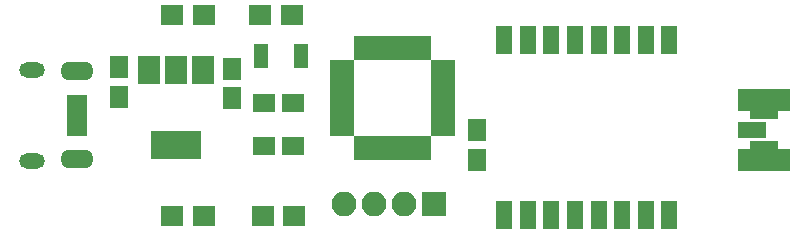
<source format=gts>
G04 #@! TF.FileFunction,Soldermask,Top*
%FSLAX46Y46*%
G04 Gerber Fmt 4.6, Leading zero omitted, Abs format (unit mm)*
G04 Created by KiCad (PCBNEW 4.0.7) date Monday, 02 July 2018 'PMt' 22:06:39*
%MOMM*%
%LPD*%
G01*
G04 APERTURE LIST*
%ADD10C,0.100000*%
%ADD11R,1.700000X0.850000*%
%ADD12O,2.800000X1.600000*%
%ADD13O,2.200000X1.300000*%
%ADD14R,4.464000X1.924000*%
%ADD15R,2.432000X1.416000*%
%ADD16R,1.900000X1.650000*%
%ADD17R,1.650000X1.900000*%
%ADD18R,1.900000X1.700000*%
%ADD19R,2.100000X2.100000*%
%ADD20O,2.100000X2.100000*%
%ADD21R,1.300000X2.100000*%
%ADD22R,0.950000X2.000000*%
%ADD23R,2.000000X0.950000*%
%ADD24R,1.450000X2.350000*%
%ADD25R,4.200000X2.400000*%
%ADD26R,1.900000X2.400000*%
G04 APERTURE END LIST*
D10*
G36*
X176611000Y-110638200D02*
X174274200Y-110638200D01*
X174274200Y-111552600D01*
X176611000Y-111552600D01*
X176611000Y-110638200D01*
G37*
G36*
X176611000Y-107847400D02*
X174274200Y-107847400D01*
X174274200Y-108761800D01*
X176611000Y-108761800D01*
X176611000Y-107847400D01*
G37*
D11*
X117300000Y-107192000D03*
X117300000Y-107842000D03*
X117300000Y-108492000D03*
X117300000Y-109142000D03*
X117300000Y-109792000D03*
D12*
X117300000Y-104767000D03*
X117300000Y-112217000D03*
D13*
X113500000Y-104617000D03*
X113500000Y-112367000D03*
D14*
X175468000Y-112240000D03*
X175468000Y-107160000D03*
D15*
X174452000Y-109700000D03*
D16*
X135595000Y-107442000D03*
X133095000Y-107442000D03*
D17*
X151145000Y-112242000D03*
X151145000Y-109742000D03*
D16*
X135595000Y-111092000D03*
X133095000Y-111092000D03*
D17*
X120845000Y-104442000D03*
X120845000Y-106942000D03*
X130445000Y-107042000D03*
X130445000Y-104542000D03*
D18*
X125300000Y-100000000D03*
X128000000Y-100000000D03*
X125300000Y-117000000D03*
X128000000Y-117000000D03*
D19*
X147485000Y-115992000D03*
D20*
X144945000Y-115992000D03*
X142405000Y-115992000D03*
X139865000Y-115992000D03*
D18*
X135500000Y-100000000D03*
X132800000Y-100000000D03*
X135700000Y-117000000D03*
X133000000Y-117000000D03*
D21*
X136225000Y-103492000D03*
X132825000Y-103492000D03*
D22*
X141195000Y-111292000D03*
X141995000Y-111292000D03*
X142795000Y-111292000D03*
X143595000Y-111292000D03*
X144395000Y-111292000D03*
X145195000Y-111292000D03*
X145995000Y-111292000D03*
X146795000Y-111292000D03*
D23*
X148245000Y-109842000D03*
X148245000Y-109042000D03*
X148245000Y-108242000D03*
X148245000Y-107442000D03*
X148245000Y-106642000D03*
X148245000Y-105842000D03*
X148245000Y-105042000D03*
X148245000Y-104242000D03*
D22*
X146795000Y-102792000D03*
X145995000Y-102792000D03*
X145195000Y-102792000D03*
X144395000Y-102792000D03*
X143595000Y-102792000D03*
X142795000Y-102792000D03*
X141995000Y-102792000D03*
X141195000Y-102792000D03*
D23*
X139745000Y-104242000D03*
X139745000Y-105042000D03*
X139745000Y-105842000D03*
X139745000Y-106642000D03*
X139745000Y-107442000D03*
X139745000Y-108242000D03*
X139745000Y-109042000D03*
X139745000Y-109842000D03*
D24*
X153445000Y-116892000D03*
X155445000Y-116892000D03*
X157445000Y-116892000D03*
X159445000Y-116892000D03*
X161445000Y-116892000D03*
X163445000Y-116892000D03*
X165445000Y-116892000D03*
X167445000Y-116892000D03*
X167445000Y-102092000D03*
X165445000Y-102092000D03*
X163445000Y-102092000D03*
X161445000Y-102092000D03*
X159445000Y-102092000D03*
X157445000Y-102092000D03*
X155445000Y-102092000D03*
X153445000Y-102092000D03*
D25*
X125645000Y-110992000D03*
D26*
X125645000Y-104692000D03*
X123345000Y-104692000D03*
X127945000Y-104692000D03*
M02*

</source>
